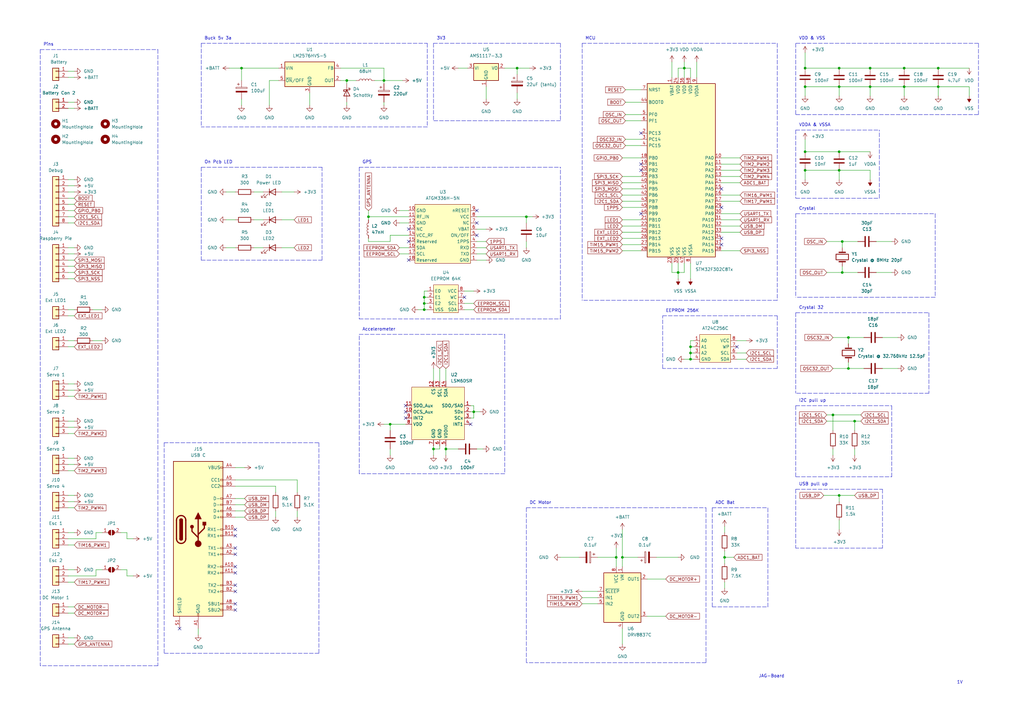
<source format=kicad_sch>
(kicad_sch (version 20211123) (generator eeschema)
  (paper "A3")
  (junction (at 347.98 151.13))
  (junction (at 160.02 173.99))
  (junction (at 173.99 121.92))
  (junction (at 278.13 111.76))
  (junction (at 345.44 111.76))
  (junction (at 370.84 35.56))
  (junction (at 215.9 88.9))
  (junction (at 345.44 99.06))
  (junction (at 182.88 184.15))
  (junction (at 173.99 124.46))
  (junction (at 344.17 69.85))
  (junction (at 297.18 228.6))
  (junction (at 370.84 27.94))
  (junction (at 252.73 228.6))
  (junction (at 212.09 27.94))
  (junction (at 280.67 27.94))
  (junction (at 151.13 88.9))
  (junction (at 347.98 138.43))
  (junction (at 330.2 27.94))
  (junction (at 384.81 35.56))
  (junction (at 194.31 168.91))
  (junction (at 255.27 228.6))
  (junction (at 330.2 69.85))
  (junction (at 157.48 33.02))
  (junction (at 142.24 33.02))
  (junction (at 330.2 35.56))
  (junction (at 344.17 27.94))
  (junction (at 99.06 27.94))
  (junction (at 344.17 203.2))
  (junction (at 344.17 35.56))
  (junction (at 177.8 184.15))
  (junction (at 330.2 62.23))
  (junction (at 341.63 170.18))
  (junction (at 283.21 144.78))
  (junction (at 356.87 27.94))
  (junction (at 356.87 35.56))
  (junction (at 384.81 27.94))
  (junction (at 283.21 147.32))
  (junction (at 173.99 127))
  (junction (at 283.21 142.24))
  (junction (at 344.17 62.23))
  (junction (at 350.52 172.72))
  (no_connect (at 193.04 173.99))
  (no_connect (at 262.89 69.85))
  (no_connect (at 262.89 67.31))
  (no_connect (at 262.89 54.61))
  (no_connect (at 295.91 77.47))
  (no_connect (at 295.91 85.09))
  (no_connect (at 262.89 87.63))
  (no_connect (at 295.91 97.79))
  (no_connect (at 295.91 100.33))
  (no_connect (at 167.64 106.68))
  (no_connect (at 167.64 99.06))
  (no_connect (at 190.5 121.92))
  (no_connect (at 96.52 247.65))
  (no_connect (at 96.52 250.19))
  (no_connect (at 302.26 142.24))
  (no_connect (at 73.66 257.81))
  (no_connect (at 167.64 93.98))
  (no_connect (at 166.37 171.45))
  (no_connect (at 96.52 224.79))
  (no_connect (at 96.52 232.41))
  (no_connect (at 96.52 217.17))
  (no_connect (at 96.52 219.71))
  (no_connect (at 96.52 242.57))
  (no_connect (at 96.52 240.03))
  (no_connect (at 96.52 227.33))
  (no_connect (at 96.52 234.95))
  (no_connect (at 195.58 86.36))
  (no_connect (at 195.58 96.52))
  (no_connect (at 166.37 166.37))
  (no_connect (at 166.37 168.91))
  (no_connect (at 195.58 91.44))
  (wire (pts (xy 283.21 31.75) (xy 283.21 27.94)))
  (wire (pts (xy 27.94 203.2) (xy 30.48 203.2)))
  (wire (pts (xy 39.37 236.22) (xy 39.37 233.68)))
  (wire (pts (xy 265.43 252.73) (xy 273.05 252.73)))
  (polyline (pts (xy 326.39 128.27) (xy 326.39 161.29)))
  (polyline (pts (xy 271.78 129.54) (xy 318.77 129.54)))
  (wire (pts (xy 212.09 27.94) (xy 217.17 27.94)))
  (wire (pts (xy 157.48 27.94) (xy 157.48 33.02)))
  (wire (pts (xy 361.95 138.43) (xy 368.3 138.43)))
  (wire (pts (xy 115.57 90.17) (xy 120.65 90.17)))
  (wire (pts (xy 194.31 171.45) (xy 194.31 168.91)))
  (wire (pts (xy 297.18 215.9) (xy 297.18 218.44)))
  (wire (pts (xy 256.54 59.69) (xy 262.89 59.69)))
  (wire (pts (xy 142.24 34.29) (xy 142.24 33.02)))
  (wire (pts (xy 27.94 101.6) (xy 30.48 101.6)))
  (polyline (pts (xy 147.32 68.58) (xy 229.87 68.58)))
  (wire (pts (xy 330.2 27.94) (xy 344.17 27.94)))
  (wire (pts (xy 171.45 127) (xy 173.99 127)))
  (wire (pts (xy 255.27 85.09) (xy 262.89 85.09)))
  (wire (pts (xy 195.58 184.15) (xy 198.12 184.15)))
  (wire (pts (xy 344.17 62.23) (xy 356.87 62.23)))
  (wire (pts (xy 151.13 99.06) (xy 151.13 97.79)))
  (wire (pts (xy 173.99 127) (xy 175.26 127)))
  (wire (pts (xy 347.98 138.43) (xy 354.33 138.43)))
  (wire (pts (xy 52.07 236.22) (xy 54.61 236.22)))
  (wire (pts (xy 27.94 251.46) (xy 30.48 251.46)))
  (wire (pts (xy 27.94 220.98) (xy 39.37 220.98)))
  (wire (pts (xy 280.67 107.95) (xy 280.67 111.76)))
  (wire (pts (xy 339.09 99.06) (xy 345.44 99.06)))
  (polyline (pts (xy 326.39 46.99) (xy 401.32 46.99)))
  (polyline (pts (xy 175.26 52.07) (xy 82.55 52.07)))
  (wire (pts (xy 194.31 166.37) (xy 194.31 168.91)))
  (wire (pts (xy 195.58 106.68) (xy 199.39 106.68)))
  (wire (pts (xy 255.27 74.93) (xy 262.89 74.93)))
  (wire (pts (xy 27.94 81.28) (xy 30.48 81.28)))
  (polyline (pts (xy 207.01 137.16) (xy 207.01 194.31)))
  (wire (pts (xy 255.27 217.17) (xy 255.27 228.6)))
  (wire (pts (xy 344.17 203.2) (xy 350.52 203.2)))
  (wire (pts (xy 280.67 27.94) (xy 280.67 25.4)))
  (wire (pts (xy 177.8 182.88) (xy 177.8 184.15)))
  (wire (pts (xy 110.49 33.02) (xy 110.49 43.18)))
  (wire (pts (xy 229.87 228.6) (xy 237.49 228.6)))
  (wire (pts (xy 27.94 109.22) (xy 30.48 109.22)))
  (wire (pts (xy 96.52 207.01) (xy 100.33 207.01)))
  (wire (pts (xy 195.58 101.6) (xy 199.39 101.6)))
  (wire (pts (xy 157.48 33.02) (xy 165.1 33.02)))
  (wire (pts (xy 278.13 107.95) (xy 278.13 111.76)))
  (wire (pts (xy 278.13 111.76) (xy 275.59 111.76)))
  (wire (pts (xy 27.94 236.22) (xy 39.37 236.22)))
  (wire (pts (xy 151.13 88.9) (xy 151.13 90.17)))
  (wire (pts (xy 215.9 91.44) (xy 215.9 88.9)))
  (wire (pts (xy 27.94 162.56) (xy 30.48 162.56)))
  (wire (pts (xy 252.73 224.79) (xy 252.73 228.6)))
  (wire (pts (xy 356.87 27.94) (xy 370.84 27.94)))
  (wire (pts (xy 139.7 27.94) (xy 157.48 27.94)))
  (wire (pts (xy 283.21 142.24) (xy 284.48 142.24)))
  (wire (pts (xy 255.27 102.87) (xy 262.89 102.87)))
  (wire (pts (xy 295.91 74.93) (xy 303.53 74.93)))
  (wire (pts (xy 195.58 99.06) (xy 199.39 99.06)))
  (wire (pts (xy 285.75 25.4) (xy 285.75 31.75)))
  (wire (pts (xy 295.91 102.87) (xy 303.53 102.87)))
  (wire (pts (xy 345.44 99.06) (xy 351.79 99.06)))
  (wire (pts (xy 153.67 33.02) (xy 157.48 33.02)))
  (polyline (pts (xy 383.54 121.92) (xy 326.39 121.92)))
  (polyline (pts (xy 326.39 166.37) (xy 365.76 166.37)))
  (wire (pts (xy 180.34 151.13) (xy 180.34 156.21)))
  (polyline (pts (xy 238.76 17.78) (xy 238.76 123.19)))
  (wire (pts (xy 27.94 106.68) (xy 30.48 106.68)))
  (polyline (pts (xy 229.87 130.81) (xy 229.87 68.58)))
  (wire (pts (xy 187.96 27.94) (xy 191.77 27.94)))
  (wire (pts (xy 27.94 264.16) (xy 30.48 264.16)))
  (wire (pts (xy 27.94 193.04) (xy 30.48 193.04)))
  (wire (pts (xy 295.91 92.71) (xy 303.53 92.71)))
  (wire (pts (xy 397.51 35.56) (xy 384.81 35.56)))
  (wire (pts (xy 347.98 151.13) (xy 347.98 148.59)))
  (polyline (pts (xy 229.87 49.53) (xy 177.8 49.53)))
  (polyline (pts (xy 326.39 17.78) (xy 326.39 46.99)))
  (wire (pts (xy 104.14 78.74) (xy 107.95 78.74)))
  (wire (pts (xy 212.09 27.94) (xy 212.09 30.48)))
  (wire (pts (xy 255.27 64.77) (xy 262.89 64.77)))
  (wire (pts (xy 341.63 138.43) (xy 347.98 138.43)))
  (wire (pts (xy 177.8 184.15) (xy 177.8 186.69)))
  (wire (pts (xy 193.04 171.45) (xy 194.31 171.45)))
  (wire (pts (xy 345.44 111.76) (xy 345.44 109.22)))
  (polyline (pts (xy 147.32 68.58) (xy 147.32 130.81)))
  (polyline (pts (xy 326.39 81.28) (xy 360.68 81.28)))
  (wire (pts (xy 160.02 173.99) (xy 166.37 173.99)))
  (wire (pts (xy 256.54 46.99) (xy 262.89 46.99)))
  (wire (pts (xy 157.48 41.91) (xy 157.48 43.18)))
  (wire (pts (xy 96.52 209.55) (xy 100.33 209.55)))
  (polyline (pts (xy 130.81 267.97) (xy 67.31 267.97)))
  (wire (pts (xy 283.21 144.78) (xy 283.21 147.32)))
  (polyline (pts (xy 361.95 200.66) (xy 361.95 224.79)))
  (wire (pts (xy 255.27 97.79) (xy 262.89 97.79)))
  (wire (pts (xy 27.94 157.48) (xy 30.48 157.48)))
  (polyline (pts (xy 215.9 208.28) (xy 215.9 271.78)))
  (wire (pts (xy 344.17 35.56) (xy 356.87 35.56)))
  (wire (pts (xy 27.94 205.74) (xy 30.48 205.74)))
  (wire (pts (xy 195.58 88.9) (xy 215.9 88.9)))
  (wire (pts (xy 27.94 160.02) (xy 30.48 160.02)))
  (wire (pts (xy 27.94 238.76) (xy 30.48 238.76)))
  (wire (pts (xy 256.54 41.91) (xy 262.89 41.91)))
  (wire (pts (xy 330.2 69.85) (xy 344.17 69.85)))
  (wire (pts (xy 27.94 233.68) (xy 30.48 233.68)))
  (wire (pts (xy 245.11 228.6) (xy 252.73 228.6)))
  (wire (pts (xy 330.2 57.15) (xy 330.2 62.23)))
  (wire (pts (xy 341.63 184.15) (xy 341.63 186.69)))
  (wire (pts (xy 256.54 49.53) (xy 262.89 49.53)))
  (wire (pts (xy 157.48 173.99) (xy 160.02 173.99)))
  (wire (pts (xy 350.52 172.72) (xy 350.52 176.53)))
  (wire (pts (xy 104.14 90.17) (xy 107.95 90.17)))
  (wire (pts (xy 157.48 33.02) (xy 157.48 34.29)))
  (wire (pts (xy 295.91 90.17) (xy 303.53 90.17)))
  (wire (pts (xy 92.71 101.6) (xy 96.52 101.6)))
  (wire (pts (xy 27.94 218.44) (xy 30.48 218.44)))
  (wire (pts (xy 160.02 99.06) (xy 151.13 99.06)))
  (wire (pts (xy 99.06 27.94) (xy 99.06 33.02)))
  (wire (pts (xy 347.98 151.13) (xy 341.63 151.13)))
  (polyline (pts (xy 318.77 123.19) (xy 238.76 123.19)))
  (wire (pts (xy 278.13 27.94) (xy 278.13 31.75)))
  (wire (pts (xy 269.24 228.6) (xy 278.13 228.6)))
  (polyline (pts (xy 318.77 17.78) (xy 318.77 123.19)))
  (wire (pts (xy 39.37 218.44) (xy 41.91 218.44)))
  (polyline (pts (xy 82.55 17.78) (xy 175.26 17.78)))
  (wire (pts (xy 339.09 172.72) (xy 350.52 172.72)))
  (wire (pts (xy 163.83 91.44) (xy 167.64 91.44)))
  (wire (pts (xy 283.21 147.32) (xy 284.48 147.32)))
  (wire (pts (xy 339.09 170.18) (xy 341.63 170.18)))
  (wire (pts (xy 173.99 121.92) (xy 175.26 121.92)))
  (polyline (pts (xy 326.39 200.66) (xy 361.95 200.66)))
  (wire (pts (xy 255.27 95.25) (xy 262.89 95.25)))
  (wire (pts (xy 81.28 257.81) (xy 81.28 260.35)))
  (wire (pts (xy 384.81 27.94) (xy 397.51 27.94)))
  (wire (pts (xy 27.94 223.52) (xy 30.48 223.52)))
  (wire (pts (xy 27.94 177.8) (xy 30.48 177.8)))
  (polyline (pts (xy 207.01 194.31) (xy 147.32 194.31)))
  (wire (pts (xy 27.94 129.54) (xy 30.48 129.54)))
  (wire (pts (xy 167.64 88.9) (xy 151.13 88.9)))
  (wire (pts (xy 142.24 33.02) (xy 146.05 33.02)))
  (wire (pts (xy 330.2 21.59) (xy 330.2 27.94)))
  (polyline (pts (xy 326.39 53.34) (xy 360.68 53.34)))
  (wire (pts (xy 173.99 124.46) (xy 173.99 127)))
  (wire (pts (xy 256.54 36.83) (xy 262.89 36.83)))
  (wire (pts (xy 255.27 77.47) (xy 262.89 77.47)))
  (wire (pts (xy 163.83 104.14) (xy 167.64 104.14)))
  (wire (pts (xy 27.94 187.96) (xy 30.48 187.96)))
  (wire (pts (xy 295.91 69.85) (xy 303.53 69.85)))
  (wire (pts (xy 49.53 218.44) (xy 52.07 218.44)))
  (wire (pts (xy 297.18 228.6) (xy 297.18 231.14)))
  (wire (pts (xy 302.26 139.7) (xy 306.07 139.7)))
  (polyline (pts (xy 381 161.29) (xy 326.39 161.29)))
  (polyline (pts (xy 67.31 181.61) (xy 67.31 267.97)))
  (wire (pts (xy 96.52 191.77) (xy 100.33 191.77)))
  (polyline (pts (xy 132.08 106.68) (xy 132.08 68.58)))
  (polyline (pts (xy 326.39 87.63) (xy 383.54 87.63)))
  (polyline (pts (xy 292.1 208.28) (xy 292.1 248.92)))
  (wire (pts (xy 347.98 138.43) (xy 347.98 140.97)))
  (wire (pts (xy 350.52 172.72) (xy 353.06 172.72)))
  (wire (pts (xy 27.94 190.5) (xy 30.48 190.5)))
  (wire (pts (xy 127 43.18) (xy 127 38.1)))
  (wire (pts (xy 160.02 96.52) (xy 160.02 99.06)))
  (wire (pts (xy 356.87 35.56) (xy 356.87 39.37)))
  (wire (pts (xy 99.06 40.64) (xy 99.06 43.18)))
  (wire (pts (xy 283.21 107.95) (xy 283.21 114.3)))
  (wire (pts (xy 115.57 101.6) (xy 120.65 101.6)))
  (wire (pts (xy 275.59 107.95) (xy 275.59 111.76)))
  (wire (pts (xy 113.03 199.39) (xy 96.52 199.39)))
  (wire (pts (xy 350.52 184.15) (xy 350.52 186.69)))
  (polyline (pts (xy 326.39 87.63) (xy 326.39 121.92)))
  (wire (pts (xy 356.87 35.56) (xy 370.84 35.56)))
  (wire (pts (xy 195.58 104.14) (xy 199.39 104.14)))
  (polyline (pts (xy 289.56 208.28) (xy 289.56 271.78)))
  (wire (pts (xy 297.18 226.06) (xy 297.18 228.6)))
  (wire (pts (xy 173.99 124.46) (xy 175.26 124.46)))
  (wire (pts (xy 39.37 233.68) (xy 41.91 233.68)))
  (wire (pts (xy 182.88 184.15) (xy 187.96 184.15)))
  (wire (pts (xy 283.21 142.24) (xy 283.21 144.78)))
  (polyline (pts (xy 177.8 17.78) (xy 229.87 17.78)))
  (wire (pts (xy 280.67 27.94) (xy 280.67 31.75)))
  (wire (pts (xy 190.5 119.38) (xy 194.31 119.38)))
  (wire (pts (xy 96.52 196.85) (xy 121.92 196.85)))
  (wire (pts (xy 180.34 182.88) (xy 180.34 184.15)))
  (wire (pts (xy 345.44 99.06) (xy 345.44 101.6)))
  (wire (pts (xy 238.76 247.65) (xy 245.11 247.65)))
  (wire (pts (xy 194.31 124.46) (xy 190.5 124.46)))
  (polyline (pts (xy 326.39 200.66) (xy 326.39 224.79)))
  (wire (pts (xy 215.9 88.9) (xy 218.44 88.9)))
  (wire (pts (xy 370.84 27.94) (xy 384.81 27.94)))
  (wire (pts (xy 160.02 184.15) (xy 160.02 186.69)))
  (polyline (pts (xy 361.95 224.79) (xy 326.39 224.79)))
  (wire (pts (xy 283.21 27.94) (xy 280.67 27.94)))
  (wire (pts (xy 252.73 228.6) (xy 252.73 232.41)))
  (polyline (pts (xy 229.87 17.78) (xy 229.87 49.53)))
  (wire (pts (xy 255.27 82.55) (xy 262.89 82.55)))
  (wire (pts (xy 356.87 73.66) (xy 356.87 69.85)))
  (polyline (pts (xy 383.54 87.63) (xy 383.54 121.92)))
  (wire (pts (xy 27.94 31.75) (xy 30.48 31.75)))
  (wire (pts (xy 92.71 90.17) (xy 96.52 90.17)))
  (wire (pts (xy 344.17 35.56) (xy 344.17 39.37)))
  (polyline (pts (xy 175.26 17.78) (xy 175.26 52.07)))
  (polyline (pts (xy 401.32 17.78) (xy 326.39 17.78)))
  (wire (pts (xy 384.81 35.56) (xy 384.81 39.37)))
  (wire (pts (xy 163.83 86.36) (xy 167.64 86.36)))
  (wire (pts (xy 295.91 67.31) (xy 303.53 67.31)))
  (wire (pts (xy 215.9 99.06) (xy 215.9 101.6)))
  (polyline (pts (xy 314.96 248.92) (xy 314.96 208.28)))
  (polyline (pts (xy 238.76 17.78) (xy 318.77 17.78)))
  (polyline (pts (xy 271.78 151.13) (xy 271.78 129.54)))
  (polyline (pts (xy 130.81 181.61) (xy 130.81 267.97)))
  (wire (pts (xy 341.63 170.18) (xy 341.63 176.53)))
  (wire (pts (xy 163.83 101.6) (xy 167.64 101.6)))
  (wire (pts (xy 27.94 88.9) (xy 30.48 88.9)))
  (wire (pts (xy 278.13 111.76) (xy 278.13 114.3)))
  (wire (pts (xy 347.98 151.13) (xy 354.33 151.13)))
  (wire (pts (xy 27.94 111.76) (xy 30.48 111.76)))
  (polyline (pts (xy 177.8 17.78) (xy 177.8 49.53)))
  (polyline (pts (xy 326.39 53.34) (xy 326.39 81.28)))
  (wire (pts (xy 255.27 257.81) (xy 255.27 264.16)))
  (wire (pts (xy 255.27 90.17) (xy 262.89 90.17)))
  (wire (pts (xy 370.84 35.56) (xy 370.84 39.37)))
  (wire (pts (xy 49.53 233.68) (xy 52.07 233.68)))
  (wire (pts (xy 207.01 27.94) (xy 212.09 27.94)))
  (wire (pts (xy 27.94 86.36) (xy 30.48 86.36)))
  (wire (pts (xy 330.2 35.56) (xy 330.2 39.37)))
  (wire (pts (xy 27.94 261.62) (xy 30.48 261.62)))
  (wire (pts (xy 38.1 127) (xy 41.91 127)))
  (polyline (pts (xy 326.39 195.58) (xy 365.76 195.58)))
  (polyline (pts (xy 82.55 68.58) (xy 132.08 68.58)))
  (polyline (pts (xy 82.55 17.78) (xy 82.55 52.07)))
  (wire (pts (xy 280.67 147.32) (xy 283.21 147.32)))
  (wire (pts (xy 27.94 91.44) (xy 30.48 91.44)))
  (polyline (pts (xy 147.32 130.81) (xy 229.87 130.81)))
  (wire (pts (xy 27.94 142.24) (xy 30.48 142.24)))
  (polyline (pts (xy 64.77 20.32) (xy 64.77 273.05)))
  (wire (pts (xy 27.94 29.21) (xy 30.48 29.21)))
  (wire (pts (xy 151.13 88.9) (xy 151.13 86.36)))
  (wire (pts (xy 330.2 35.56) (xy 344.17 35.56)))
  (wire (pts (xy 302.26 144.78) (xy 306.07 144.78)))
  (wire (pts (xy 295.91 64.77) (xy 303.53 64.77)))
  (wire (pts (xy 139.7 33.02) (xy 142.24 33.02)))
  (wire (pts (xy 182.88 182.88) (xy 182.88 184.15)))
  (polyline (pts (xy 82.55 106.68) (xy 132.08 106.68)))
  (polyline (pts (xy 365.76 195.58) (xy 365.76 166.37)))
  (wire (pts (xy 173.99 121.92) (xy 173.99 124.46)))
  (wire (pts (xy 341.63 170.18) (xy 353.06 170.18)))
  (wire (pts (xy 27.94 73.66) (xy 30.48 73.66)))
  (wire (pts (xy 255.27 80.01) (xy 262.89 80.01)))
  (wire (pts (xy 39.37 220.98) (xy 39.37 218.44)))
  (wire (pts (xy 27.94 127) (xy 30.48 127)))
  (wire (pts (xy 195.58 93.98) (xy 199.39 93.98)))
  (wire (pts (xy 27.94 78.74) (xy 30.48 78.74)))
  (wire (pts (xy 283.21 139.7) (xy 283.21 142.24)))
  (wire (pts (xy 255.27 92.71) (xy 262.89 92.71)))
  (polyline (pts (xy 147.32 137.16) (xy 207.01 137.16)))
  (polyline (pts (xy 292.1 208.28) (xy 314.96 208.28)))
  (wire (pts (xy 52.07 233.68) (xy 52.07 236.22)))
  (wire (pts (xy 255.27 228.6) (xy 261.62 228.6)))
  (wire (pts (xy 27.94 44.45) (xy 30.48 44.45)))
  (wire (pts (xy 284.48 139.7) (xy 283.21 139.7)))
  (wire (pts (xy 182.88 184.15) (xy 182.88 186.69)))
  (polyline (pts (xy 326.39 128.27) (xy 381 128.27)))
  (wire (pts (xy 177.8 184.15) (xy 180.34 184.15)))
  (polyline (pts (xy 147.32 194.31) (xy 147.32 137.16)))
  (wire (pts (xy 121.92 196.85) (xy 121.92 201.93)))
  (wire (pts (xy 361.95 151.13) (xy 368.3 151.13)))
  (wire (pts (xy 256.54 57.15) (xy 262.89 57.15)))
  (wire (pts (xy 160.02 173.99) (xy 160.02 176.53)))
  (wire (pts (xy 297.18 238.76) (xy 297.18 241.3)))
  (wire (pts (xy 297.18 228.6) (xy 300.99 228.6)))
  (wire (pts (xy 52.07 220.98) (xy 54.61 220.98)))
  (wire (pts (xy 212.09 38.1) (xy 212.09 40.64)))
  (wire (pts (xy 113.03 201.93) (xy 113.03 199.39)))
  (wire (pts (xy 114.3 33.02) (xy 110.49 33.02)))
  (wire (pts (xy 175.26 119.38) (xy 173.99 119.38)))
  (wire (pts (xy 359.41 99.06) (xy 365.76 99.06)))
  (wire (pts (xy 238.76 242.57) (xy 245.11 242.57)))
  (polyline (pts (xy 292.1 248.92) (xy 314.96 248.92)))
  (polyline (pts (xy 16.51 20.32) (xy 16.51 273.05)))
  (wire (pts (xy 344.17 69.85) (xy 344.17 73.66)))
  (wire (pts (xy 255.27 72.39) (xy 262.89 72.39)))
  (wire (pts (xy 199.39 35.56) (xy 199.39 40.64)))
  (polyline (pts (xy 318.77 129.54) (xy 318.77 151.13)))
  (wire (pts (xy 27.94 41.91) (xy 30.48 41.91)))
  (wire (pts (xy 295.91 87.63) (xy 303.53 87.63)))
  (wire (pts (xy 255.27 100.33) (xy 262.89 100.33)))
  (wire (pts (xy 167.64 96.52) (xy 160.02 96.52)))
  (polyline (pts (xy 289.56 271.78) (xy 215.9 271.78)))
  (wire (pts (xy 295.91 80.01) (xy 303.53 80.01)))
  (polyline (pts (xy 318.77 151.13) (xy 271.78 151.13)))
  (wire (pts (xy 27.94 172.72) (xy 30.48 172.72)))
  (wire (pts (xy 27.94 208.28) (xy 30.48 208.28)))
  (wire (pts (xy 265.43 237.49) (xy 273.05 237.49)))
  (wire (pts (xy 345.44 111.76) (xy 351.79 111.76)))
  (wire (pts (xy 173.99 119.38) (xy 173.99 121.92)))
  (wire (pts (xy 182.88 151.13) (xy 182.88 156.21)))
  (wire (pts (xy 99.06 27.94) (xy 114.3 27.94)))
  (wire (pts (xy 280.67 111.76) (xy 278.13 111.76)))
  (wire (pts (xy 193.04 166.37) (xy 194.31 166.37)))
  (wire (pts (xy 27.94 248.92) (xy 30.48 248.92)))
  (wire (pts (xy 295.91 95.25) (xy 303.53 95.25)))
  (wire (pts (xy 359.41 111.76) (xy 365.76 111.76)))
  (wire (pts (xy 344.17 27.94) (xy 356.87 27.94)))
  (polyline (pts (xy 64.77 273.05) (xy 16.51 273.05)))
  (wire (pts (xy 397.51 39.37) (xy 397.51 35.56)))
  (wire (pts (xy 255.27 228.6) (xy 255.27 232.41)))
  (wire (pts (xy 115.57 78.74) (xy 120.65 78.74)))
  (wire (pts (xy 27.94 114.3) (xy 30.48 114.3)))
  (wire (pts (xy 295.91 72.39) (xy 303.53 72.39)))
  (polyline (pts (xy 215.9 208.28) (xy 289.56 208.28)))
  (wire (pts (xy 302.26 147.32) (xy 306.07 147.32)))
  (wire (pts (xy 356.87 69.85) (xy 344.17 69.85)))
  (wire (pts (xy 344.17 213.36) (xy 344.17 217.17)))
  (wire (pts (xy 121.92 209.55) (xy 121.92 212.09)))
  (wire (pts (xy 27.94 83.82) (xy 30.48 83.82)))
  (wire (pts (xy 27.94 76.2) (xy 30.48 76.2)))
  (wire (pts (xy 337.82 203.2) (xy 344.17 203.2)))
  (wire (pts (xy 113.03 209.55) (xy 113.03 212.09)))
  (wire (pts (xy 96.52 212.09) (xy 100.33 212.09)))
  (wire (pts (xy 27.94 104.14) (xy 30.48 104.14)))
  (wire (pts (xy 177.8 151.13) (xy 177.8 156.21)))
  (wire (pts (xy 142.24 41.91) (xy 142.24 43.18)))
  (wire (pts (xy 194.31 168.91) (xy 196.85 168.91)))
  (wire (pts (xy 275.59 25.4) (xy 275.59 31.75)))
  (polyline (pts (xy 360.68 81.28) (xy 360.68 53.34)))
  (wire (pts (xy 345.44 111.76) (xy 339.09 111.76)))
  (wire (pts (xy 38.1 139.7) (xy 41.91 139.7)))
  (polyline (pts (xy 16.51 20.32) (xy 64.77 20.32)))
  (wire (pts (xy 238.76 245.11) (xy 245.11 245.11)))
  (wire (pts (xy 330.2 62.23) (xy 344.17 62.23)))
  (wire (pts (xy 52.07 218.44) (xy 52.07 220.98)))
  (wire (pts (xy 295.91 82.55) (xy 303.53 82.55)))
  (wire (pts (xy 27.94 139.7) (xy 30.48 139.7)))
  (wire (pts (xy 193.04 168.91) (xy 194.31 168.91)))
  (wire (pts (xy 93.98 27.94) (xy 99.06 27.94)))
  (wire (pts (xy 96.52 204.47) (xy 100.33 204.47)))
  (wire (pts (xy 330.2 69.85) (xy 330.2 73.66)))
  (wire (pts (xy 27.94 175.26) (xy 30.48 175.26)))
  (wire (pts (xy 283.21 144.78) (xy 284.48 144.78)))
  (wire (pts (xy 344.17 203.2) (xy 344.17 205.74)))
  (polyline (pts (xy 326.39 166.37) (xy 326.39 195.58)))
  (wire (pts (xy 370.84 35.56) (xy 384.81 35.56)))
  (polyline (pts (xy 67.31 181.61) (xy 130.81 181.61)))
  (wire (pts (xy 104.14 101.6) (xy 107.95 101.6)))
  (wire (pts (xy 280.67 27.94) (xy 278.13 27.94)))
  (wire (pts (xy 190.5 127) (xy 194.31 127)))
  (polyline (pts (xy 401.32 46.99) (xy 401.32 17.78)))
  (wire (pts (xy 92.71 78.74) (xy 96.52 78.74)))
  (polyline (pts (xy 82.55 68.58) (xy 82.55 106.68)))
  (polyline (pts (xy 381 128.27) (xy 381 161.29)))
  (text "Buck 5v 3a" (at 83.82 16.51 0) (effects (font (size 1.27 1.27)) (justify left bottom)))
  (text "I2C pull up" (at 327.66 165.1 0) (effects (font (size 1.27 1.27)) (justify left bottom)))
  (text "ADC Bat" (at 293.37 207.01 0) (effects (font (size 1.27 1.27)) (justify left bottom)))
  (text "VDDA & VSSA" (at 327.66 52.07 0) (effects (font (size 1.27 1.27)) (justify left bottom)))
  (text "Crystal" (at 327.66 86.36 0) (effects (font (size 1.27 1.27)) (justify left bottom)))
  (text "USB pull up" (at 327.66 199.39 0) (effects (font (size 1.27 1.27)) (justify left bottom)))
  (text "VDD & VSS" (at 327.66 16.51 0) (effects (font (size 1.27 1.27)) (justify left bottom)))
  (text "MCU" (at 240.03 16.51 0) (effects (font (size 1.27 1.27)) (justify left bottom)))
  (text "Crystal 32" (at 327.66 127 0) (effects (font (size 1.27 1.27)) (justify left bottom)))
  (text "Pins" (at 17.78 19.05 0) (effects (font (size 1.27 1.27)) (justify left bottom)))
  (text "GPS" (at 148.59 67.31 0) (effects (font (size 1.27 1.27)) (justify left bottom)))
  (text "1V" (at 392.43 280.67 0) (effects (font (size 1.27 1.27)) (justify left bottom)))
  (text "EEPROM 256K" (at 273.05 128.27 0) (effects (font (size 1.27 1.27)) (justify left bottom)))
  (text "3V3" (at 179.07 16.51 0) (effects (font (size 1.27 1.27)) (justify left bottom)))
  (text "JAG-Board" (at 311.15 278.13 0) (effects (font (size 1.27 1.27)) (justify left bottom)))
  (text "DC Motor" (at 217.17 207.01 0) (effects (font (size 1.27 1.27)) (justify left bottom)))
  (text "Accelerometer" (at 148.59 135.89 0) (effects (font (size 1.27 1.27)) (justify left bottom)))
  (text "On Pcb LED" (at 83.82 67.31 0) (effects (font (size 1.27 1.27)) (justify left bottom)))
  (global_label "USB_DM" (shape input) (at 100.33 204.47 0) (property "Intersheet References" "${INTERSHEET_REFS}" (effects hide)))
  (global_label "OSC32_OUT" (shape input) (at 256.54 59.69 180) (property "Intersheet References" "${INTERSHEET_REFS}" (effects hide)))
  (global_label "LED1" (shape input) (at 120.65 90.17 0) (property "Intersheet References" "${INTERSHEET_REFS}" (effects hide)))
  (global_label "1PPS" (shape input) (at 255.27 85.09 180) (property "Intersheet References" "${INTERSHEET_REFS}" (effects hide)))
  (global_label "EXT_LED1" (shape input) (at 255.27 95.25 180) (property "Intersheet References" "${INTERSHEET_REFS}" (effects hide)))
  (global_label "USART1_RX" (shape input) (at 199.39 104.14 0) (property "Intersheet References" "${INTERSHEET_REFS}" (effects hide)))
  (global_label "BOOT" (shape input) (at 30.48 81.28 0) (property "Intersheet References" "${INTERSHEET_REFS}" (effects hide)))
  (global_label "USART1_TX" (shape input) (at 199.39 101.6 0) (property "Intersheet References" "${INTERSHEET_REFS}" (effects hide)))
  (global_label "OSC32_IN" (shape input) (at 341.63 138.43 180) (property "Intersheet References" "${INTERSHEET_REFS}" (effects hide)))
  (global_label "EEPROM_SCL" (shape input) (at 163.83 104.14 180) (property "Intersheet References" "${INTERSHEET_REFS}" (effects hide)))
  (global_label "USB_DP" (shape input) (at 100.33 212.09 0) (property "Intersheet References" "${INTERSHEET_REFS}" (effects hide)))
  (global_label "USB_DP" (shape input) (at 303.53 95.25 0) (property "Intersheet References" "${INTERSHEET_REFS}" (effects hide)))
  (global_label "TIM16_PWM1" (shape input) (at 30.48 223.52 0) (property "Intersheet References" "${INTERSHEET_REFS}" (effects hide)))
  (global_label "OSC32_OUT" (shape input) (at 341.63 151.13 180) (property "Intersheet References" "${INTERSHEET_REFS}" (effects hide)))
  (global_label "TIM2_PWM3" (shape input) (at 30.48 193.04 0) (property "Intersheet References" "${INTERSHEET_REFS}" (effects hide)))
  (global_label "LED2" (shape input) (at 255.27 92.71 180) (property "Intersheet References" "${INTERSHEET_REFS}" (effects hide)))
  (global_label "DC_MOTOR+" (shape input) (at 273.05 237.49 0) (property "Intersheet References" "${INTERSHEET_REFS}" (effects hide)))
  (global_label "I2C1_SDA" (shape input) (at 255.27 82.55 180) (property "Intersheet References" "${INTERSHEET_REFS}" (effects hide)))
  (global_label "SPI3_SCK" (shape input) (at 255.27 72.39 180) (property "Intersheet References" "${INTERSHEET_REFS}" (effects hide)))
  (global_label "OSC_IN" (shape input) (at 339.09 99.06 180) (property "Intersheet References" "${INTERSHEET_REFS}" (effects hide)))
  (global_label "I2C1_SCL" (shape input) (at 306.07 144.78 0) (property "Intersheet References" "${INTERSHEET_REFS}" (effects hide)))
  (global_label "TIM2_PWM1" (shape input) (at 303.53 64.77 0) (property "Intersheet References" "${INTERSHEET_REFS}" (effects hide)))
  (global_label "SPI3_MOSI" (shape input) (at 255.27 77.47 180) (property "Intersheet References" "${INTERSHEET_REFS}" (effects hide)))
  (global_label "I2C1_SDA" (shape input) (at 182.88 151.13 90) (property "Intersheet References" "${INTERSHEET_REFS}" (effects hide)))
  (global_label "OSC32_IN" (shape input) (at 256.54 57.15 180) (property "Intersheet References" "${INTERSHEET_REFS}" (effects hide)))
  (global_label "GPS_ANTENNA" (shape input) (at 151.13 86.36 90) (property "Intersheet References" "${INTERSHEET_REFS}" (effects hide)))
  (global_label "DC_MOTOR-" (shape input) (at 273.05 252.73 0) (property "Intersheet References" "${INTERSHEET_REFS}" (effects hide)))
  (global_label "DC_MOTOR+" (shape input) (at 30.48 251.46 0) (property "Intersheet References" "${INTERSHEET_REFS}" (effects hide)))
  (global_label "SPI3_SCK" (shape input) (at 30.48 111.76 0) (property "Intersheet References" "${INTERSHEET_REFS}" (effects hide)))
  (global_label "TIM2_PWM4" (shape input) (at 30.48 208.28 0) (property "Intersheet References" "${INTERSHEET_REFS}" (effects hide)))
  (global_label "I2C1_SDA" (shape input) (at 353.06 172.72 0) (property "Intersheet References" "${INTERSHEET_REFS}" (effects hide)))
  (global_label "I2C1_SCL" (shape input) (at 180.34 151.13 90) (property "Intersheet References" "${INTERSHEET_REFS}" (effects hide)))
  (global_label "EXT_LED2" (shape input) (at 255.27 97.79 180) (property "Intersheet References" "${INTERSHEET_REFS}" (effects hide)))
  (global_label "ADC1_BAT" (shape input) (at 303.53 74.93 0) (property "Intersheet References" "${INTERSHEET_REFS}" (effects hide)))
  (global_label "I2C1_SDA" (shape input) (at 30.48 91.44 0) (property "Intersheet References" "${INTERSHEET_REFS}" (effects hide)))
  (global_label "EEPROM_SDA" (shape input) (at 163.83 101.6 180) (property "Intersheet References" "${INTERSHEET_REFS}" (effects hide)))
  (global_label "EEPROM_SCL" (shape input) (at 194.31 124.46 0) (property "Intersheet References" "${INTERSHEET_REFS}" (effects hide)))
  (global_label "I2C1_SCL" (shape input) (at 353.06 170.18 0) (property "Intersheet References" "${INTERSHEET_REFS}" (effects hide)))
  (global_label "USB_DP" (shape input) (at 337.82 203.2 180) (property "Intersheet References" "${INTERSHEET_REFS}" (effects hide)))
  (global_label "I2C1_SCL" (shape input) (at 30.48 88.9 0) (property "Intersheet References" "${INTERSHEET_REFS}" (effects hide)))
  (global_label "TIM2_PWM4" (shape input) (at 303.53 72.39 0) (property "Intersheet References" "${INTERSHEET_REFS}" (effects hide)))
  (global_label "TIM17_PWM1" (shape input) (at 303.53 82.55 0) (property "Intersheet References" "${INTERSHEET_REFS}" (effects hide)))
  (global_label "SPI3_MOSI" (shape input) (at 30.48 106.68 0) (property "Intersheet References" "${INTERSHEET_REFS}" (effects hide)))
  (global_label "TIM2_PWM2" (shape input) (at 30.48 177.8 0) (property "Intersheet References" "${INTERSHEET_REFS}" (effects hide)))
  (global_label "SPI3_MISO" (shape input) (at 255.27 74.93 180) (property "Intersheet References" "${INTERSHEET_REFS}" (effects hide)))
  (global_label "USART1_RX" (shape input) (at 303.53 90.17 0) (property "Intersheet References" "${INTERSHEET_REFS}" (effects hide)))
  (global_label "TIM17_PWM1" (shape input) (at 30.48 238.76 0) (property "Intersheet References" "${INTERSHEET_REFS}" (effects hide)))
  (global_label "EXT_LED1" (shape input) (at 30.48 129.54 0) (property "Intersheet References" "${INTERSHEET_REFS}" (effects hide)))
  (global_label "EEPROM_SDA" (shape input) (at 194.31 127 0) (property "Intersheet References" "${INTERSHEET_REFS}" (effects hide)))
  (global_label "GPIO_PB0" (shape input) (at 30.48 86.36 0) (property "Intersheet References" "${INTERSHEET_REFS}" (effects hide)))
  (global_label "SPI3_MISO" (shape input) (at 30.48 109.22 0) (property "Intersheet References" "${INTERSHEET_REFS}" (effects hide)))
  (global_label "TIM2_PWM2" (shape input) (at 303.53 67.31 0) (property "Intersheet References" "${INTERSHEET_REFS}" (effects hide)))
  (global_label "LED1" (shape input) (at 255.27 90.17 180) (property "Intersheet References" "${INTERSHEET_REFS}" (effects hide)))
  (global_label "USB_DP" (shape input) (at 350.52 203.2 0) (property "Intersheet References" "${INTERSHEET_REFS}" (effects hide)))
  (global_label "ADC1_BAT" (shape input) (at 300.99 228.6 0) (property "Intersheet References" "${INTERSHEET_REFS}" (effects hide)))
  (global_label "USB_DM" (shape input) (at 100.33 207.01 0) (property "Intersheet References" "${INTERSHEET_REFS}" (effects hide)))
  (global_label "I2C1_SCL" (shape input) (at 255.27 80.01 180) (property "Intersheet References" "${INTERSHEET_REFS}" (effects hide)))
  (global_label "DC_MOTOR-" (shape input) (at 30.48 248.92 0) (property "Intersheet References" "${INTERSHEET_REFS}" (effects hide)))
  (global_label "TIM15_PWM1" (shape input) (at 255.27 100.33 180) (property "Intersheet References" "${INTERSHEET_REFS}" (effects hide)))
  (global_label "SPI3_NSS" (shape input) (at 303.53 102.87 0) (property "Intersheet References" "${INTERSHEET_REFS}" (effects hide)))
  (global_label "OSC_IN" (shape input) (at 256.54 46.99 180) (property "Intersheet References" "${INTERSHEET_REFS}" (effects hide)))
  (global_label "I2C1_SDA" (shape input) (at 306.07 147.32 0) (property "Intersheet References" "${INTERSHEET_REFS}" (effects hide)))
  (global_label "SPI3_NSS" (shape input) (at 30.48 114.3 0) (property "Intersheet References" "${INTERSHEET_REFS}" (effects hide)))
  (global_label "TIM15_PWM1" (shape input) (at 238.76 245.11 180) (property "Intersheet References" "${INTERSHEET_REFS}" (effects hide)))
  (global_label "I2C1_SCL" (shape input) (at 339.09 170.18 180) (property "Intersheet References" "${INTERSHEET_REFS}" (effects hide)))
  (global_label "LED2" (shape input) (at 120.65 101.6 0) (property "Intersheet References" "${INTERSHEET_REFS}" (effects hide)))
  (global_label "1PPS" (shape input) (at 199.39 99.06 0) (property "Intersheet References" "${INTERSHEET_REFS}" (effects hide)))
  (global_label "TIM16_PWM1" (shape input) (at 303.53 80.01 0) (property "Intersheet References" "${INTERSHEET_REFS}" (effects hide)))
  (global_label "RESET" (shape input) (at 30.48 83.82 0) (property "Intersheet References" "${INTERSHEET_REFS}" (effects hide)))
  (global_label "USB_DM" (shape input) (at 303.53 92.71 0) (property "Intersheet References" "${INTERSHEET_REFS}" (effects hide)))
  (global_label "TIM15_PWM2" (shape input) (at 255.27 102.87 180) (property "Intersheet References" "${INTERSHEET_REFS}" (effects hide)))
  (global_label "EXT_LED2" (shape input) (at 30.48 142.24 0) (property "Intersheet References" "${INTERSHEET_REFS}" (effects hide)))
  (global_label "OSC_OUT" (shape input) (at 256.54 49.53 180) (property "Intersheet References" "${INTERSHEET_REFS}" (effects hide)))
  (global_label "TIM2_PWM1" (shape input) (at 30.48 162.56 0) (property "Intersheet References" "${INTERSHEET_REFS}" (effects hide)))
  (global_label "BOOT" (shape input) (at 256.54 41.91 180) (property "Intersheet References" "${INTERSHEET_REFS}" (effects hide)))
  (global_label "USART1_TX" (shape input) (at 303.53 87.63 0) (property "Intersheet References" "${INTERSHEET_REFS}" (effects hide)))
  (global_label "USB_DP" (shape input) (at 100.33 209.55 0) (property "Intersheet References" "${INTERSHEET_REFS}" (effects hide)))
  (global_label "TIM15_PWM2" (shape input) (at 238.76 247.65 180) (property "Intersheet References" "${INTERSHEET_REFS}" (effects hide)))
  (global_label "GPS_ANTENNA" (shape input) (at 30.48 264.16 0) (property "Intersheet References" "${INTERSHEET_REFS}" (effects hide)))
  (global_label "TIM2_PWM3" (shape input) (at 303.53 69.85 0) (property "Intersheet References" "${INTERSHEET_REFS}" (effects hide)))
  (global_label "OSC_OUT" (shape input) (at 339.09 111.76 180) (property "Intersheet References" "${INTERSHEET_REFS}" (effects hide)))
  (global_label "GPIO_PB0" (shape input) (at 255.27 64.77 180) (property "Intersheet References" "${INTERSHEET_REFS}" (effects hide)))
  (global_label "I2C1_SDA" (shape input) (at 339.09 172.72 180) (property "Intersheet References" "${INTERSHEET_REFS}" (effects hide)))
  (global_label "RESET" (shape input) (at 256.54 36.83 180) (property "Intersheet References" "${INTERSHEET_REFS}" (effects hide)))
  (symbol (lib_id "power:GND") (at 30.48 203.2 90) (unit 1)
    (property "Reference" "#PWR016" (effects hide))
    (property "Value" "GND" (at 34.29 203.1999 90) (effects (justify right)))
  )
  (symbol (lib_id "power:GND") (at 198.12 184.15 90) (unit 1)
    (property "Reference" "#PWR051" (effects hide))
    (property "Value" "GND" (at 201.93 184.1499 90) (effects (justify right)))
  )
  (symbol (lib_id "Connector_Generic:Conn_01x06") (at 22.86 106.68 0) (mirror y) (unit 1) (in_bom no)
    (property "Reference" "J4" (at 22.86 95.25 0))
    (property "Value" "Raspberry Pie" (at 22.86 97.79 0))
    (property "Footprint" "Connector_PinHeader_2.54mm:PinHeader_1x06_P2.54mm_Vertical" (effects hide))
  )
  (symbol (lib_id "power:GND") (at 199.39 106.68 90) (unit 1)
    (property "Reference" "#PWR054" (effects hide))
    (property "Value" "GND" (at 203.2 106.6799 90) (effects (justify right)))
  )
  (symbol (lib_id "Connector_Generic:Conn_01x02") (at 22.86 261.62 0) (mirror y) (unit 1)
    (property "Reference" "J14" (at 22.86 255.27 0))
    (property "Value" "GPS Antenna" (at 22.86 257.81 0))
    (property "Footprint" "jag_board:C434807" (effects hide))
  )
  (symbol (lib_id "Device:C_Polarized") (at 265.43 228.6 90) (unit 1)
    (property "Reference" "C8" (at 264.541 220.98 90))
    (property "Value" "0.1uF" (at 264.541 223.52 90))
    (property "Footprint" "Capacitor_Tantalum_SMD:CP_EIA-3216-10_Kemet-I" (effects hide))
    (property "Datasheet" "C249982" (effects hide))
  )
  (symbol (lib_id "power:+3V3") (at 341.63 186.69 180) (unit 1)
    (property "Reference" "#PWR078" (effects hide))
    (property "Value" "+3V3" (at 339.09 191.77 0) (effects (justify right)))
  )
  (symbol (lib_id "power:+3V3") (at 218.44 88.9 270) (unit 1)
    (property "Reference" "#PWR058" (effects hide))
    (property "Value" "+3V3" (at 227.33 88.9 90) (effects (justify right)))
  )
  (symbol (lib_id "power:GND") (at 278.13 228.6 90) (unit 1)
    (property "Reference" "#PWR066" (effects hide))
    (property "Value" "GND" (at 287.02 228.6 90) (effects (justify left)))
  )
  (symbol (lib_id "Device:D_Schottky") (at 142.24 38.1 270) (unit 1)
    (property "Reference" "D4" (at 144.78 36.5124 90) (effects (justify left)))
    (property "Value" "Schottky" (at 144.78 39.0524 90) (effects (justify left)))
    (property "Footprint" "Diode_SMD:D_SMA" (effects hide))
    (property "Datasheet" "C35722" (effects hide))
  )
  (symbol (lib_id "Device:C") (at 355.6 111.76 270) (mirror x) (unit 1)
    (property "Reference" "C14" (at 355.6 116.84 90))
    (property "Value" "30pF" (at 355.6 119.38 90))
    (property "Footprint" "Capacitor_SMD:C_0201_0603Metric" (effects hide))
  )
  (symbol (lib_id "jag-board-lib:ATGM336H-5N") (at 181.61 83.82 0) (unit 1)
    (property "Reference" "U3" (at 181.61 78.74 0))
    (property "Value" "ATGM336H-5N" (at 181.61 81.28 0))
    (property "Footprint" "jag_board:ATGM336H-5N" (effects hide))
  )
  (symbol (lib_id "Device:R") (at 100.33 78.74 270) (unit 1)
    (property "Reference" "R3" (at 100.33 72.39 90))
    (property "Value" "300" (at 100.33 74.93 90))
    (property "Footprint" "Resistor_SMD:R_0603_1608Metric" (effects hide))
  )
  (symbol (lib_id "power:GND") (at 215.9 101.6 0) (unit 1)
    (property "Reference" "#PWR056" (effects hide))
    (property "Value" "GND" (at 215.9 106.68 0))
  )
  (symbol (lib_id "power:+5V") (at 30.48 175.26 270) (unit 1)
    (property "Reference" "#PWR013" (effects hide))
    (property "Value" "+5V" (at 34.29 175.2599 90) (effects (justify left)))
  )
  (symbol (lib_id "power:GND") (at 368.3 151.13 90) (unit 1)
    (property "Reference" "#PWR089" (effects hide))
    (property "Value" "GND" (at 372.11 151.1299 90) (effects (justify right)))
  )
  (symbol (lib_id "power:+3V3") (at 157.48 173.99 90) (unit 1)
    (property "Reference" "#PWR039" (effects hide))
    (property "Value" "+3V3" (at 153.67 173.9901 90) (effects (justify left)))
  )
  (symbol (lib_id "power:GND") (at 121.92 212.09 0) (unit 1)
    (property "Reference" "#PWR035" (effects hide))
    (property "Value" "GND" (at 121.92 217.17 0))
  )
  (symbol (lib_id "Device:R") (at 100.33 101.6 270) (unit 1)
    (property "Reference" "R5" (at 100.33 95.25 90))
    (property "Value" "300" (at 100.33 97.79 90))
    (property "Footprint" "Resistor_SMD:R_0603_1608Metric" (effects hide))
  )
  (symbol (lib_id "Device:R") (at 297.18 234.95 0) (unit 1)
    (property "Reference" "R9" (at 299.72 233.6799 0) (effects (justify left)))
    (property "Value" "7.5K" (at 299.72 236.2199 0) (effects (justify left)))
    (property "Footprint" "Resistor_SMD:R_0603_1608Metric" (effects hide))
  )
  (symbol (lib_id "Connector_Generic:Conn_01x03") (at 22.86 220.98 0) (mirror y) (unit 1) (in_bom no)
    (property "Reference" "J11" (at 22.86 212.09 0))
    (property "Value" "Esc 1" (at 22.86 214.63 0))
    (property "Footprint" "Connector_PinHeader_2.54mm:PinHeader_1x03_P2.54mm_Vertical" (effects hide))
  )
  (symbol (lib_id "power:+3V3") (at 330.2 21.59 0) (unit 1)
    (property "Reference" "#PWR074" (effects hide))
    (property "Value" "+3V3" (at 332.74 20.3199 0) (effects (justify left)))
  )
  (symbol (lib_id "Device:R") (at 113.03 205.74 0) (unit 1)
    (property "Reference" "R6" (at 115.57 204.4699 0) (effects (justify left)))
    (property "Value" "5.1K" (at 115.57 207.0099 0) (effects (justify left)))
    (property "Footprint" "Resistor_SMD:R_0603_1608Metric" (effects hide))
  )
  (symbol (lib_id "power:+5V") (at 30.48 104.14 270) (unit 1)
    (property "Reference" "#PWR09" (effects hide))
    (property "Value" "+5V" (at 34.29 104.1399 90) (effects (justify left)))
  )
  (symbol (lib_id "Mechanical:MountingHole") (at 22.86 57.15 0) (unit 1)
    (property "Reference" "H2" (at 25.4 55.8799 0) (effects (justify left)))
    (property "Value" "MountingHole" (at 25.4 58.4199 0) (effects (justify left)))
    (property "Footprint" "MountingHole:MountingHole_2.7mm_M2.5" (effects hide))
  )
  (symbol (lib_id "power:+3V3") (at 238.76 242.57 90) (unit 1)
    (property "Reference" "#PWR060" (effects hide))
    (property "Value" "+3V3" (at 234.95 242.57 90) (effects (justify left)))
  )
  (symbol (lib_id "power:+5V") (at 54.61 236.22 270) (unit 1)
    (property "Reference" "#PWR024" (effects hide))
    (property "Value" "+5V" (at 58.42 236.2199 90) (effects (justify left)))
  )
  (symbol (lib_id "power:+5V") (at 54.61 220.98 270) (unit 1)
    (property "Reference" "#PWR023" (effects hide))
    (property "Value" "+5V" (at 58.42 220.9799 90) (effects (justify left)))
  )
  (symbol (lib_id "power:VSS") (at 397.51 39.37 180) (unit 1)
    (property "Reference" "#PWR093" (effects hide))
    (property "Value" "VSS" (at 397.51 44.45 0))
  )
  (symbol (lib_id "power:GND") (at 177.8 186.69 0) (unit 1)
    (property "Reference" "#PWR046" (effects hide))
    (property "Value" "GND" (at 177.8 191.77 0))
  )
  (symbol (lib_id "Mechanical:MountingHole") (at 22.86 50.8 0) (unit 1)
    (property "Reference" "H1" (at 25.4 49.5299 0) (effects (justify left)))
    (property "Value" "MountingHole" (at 25.4 52.0699 0) (effects (justify left)))
    (property "Footprint" "MountingHole:MountingHole_2.7mm_M2.5" (effects hide))
  )
  (symbol (lib_id "power:GND") (at 370.84 39.37 0) (unit 1)
    (property "Reference" "#PWR090" (effects hide))
    (property "Value" "GND" (at 370.84 44.45 0))
  )
  (symbol (lib_id "power:GND") (at 30.48 41.91 90) (unit 1)
    (property "Reference" "#PWR03" (effects hide))
    (property "Value" "GND" (at 34.29 41.9099 90) (effects (justify right)))
  )
  (symbol (lib_id "Device:R") (at 341.63 180.34 0) (unit 1)
    (property "Reference" "R10" (at 344.17 179.0699 0) (effects (justify left)))
    (property "Value" "33K" (at 344.17 181.6099 0) (effects (justify left)))
    (property "Footprint" "Resistor_SMD:R_0603_1608Metric" (effects hide))
  )
  (symbol (lib_id "power:GND") (at 163.83 86.36 270) (unit 1)
    (property "Reference" "#PWR041" (effects hide))
    (property "Value" "GND" (at 156.21 86.36 90) (effects (justify left)))
  )
  (symbol (lib_id "power:GND") (at 30.48 73.66 90) (unit 1)
    (property "Reference" "#PWR05" (effects hide))
    (property "Value" "GND" (at 34.29 73.6599 90) (effects (justify right)))
  )
  (symbol (lib_id "Mechanical:MountingHole") (at 43.18 50.8 0) (unit 1)
    (property "Reference" "H3" (at 45.72 49.5299 0) (effects (justify left)))
    (property "Value" "MountingHole" (at 45.72 52.0699 0) (effects (justify left)))
    (property "Footprint" "MountingHole:MountingHole_2.7mm_M2.5" (effects hide))
  )
  (symbol (lib_id "Connector_Generic:Conn_01x03") (at 22.86 160.02 0) (mirror y) (unit 1) (in_bom no)
    (property "Reference" "J7" (at 22.86 151.13 0))
    (property "Value" "Servo 1" (at 22.86 153.67 0))
    (property "Footprint" "Connector_PinHeader_2.54mm:PinHeader_1x03_P2.54mm_Vertical" (effects hide))
  )
  (symbol (lib_id "power:GND") (at 160.02 186.69 0) (unit 1)
    (property "Reference" "#PWR040" (effects hide))
    (property "Value" "GND" (at 160.02 191.77 0))
  )
  (symbol (lib_id "power:GND") (at 92.71 78.74 270) (unit 1)
    (property "Reference" "#PWR026" (effects hide))
    (property "Value" "GND" (at 85.09 78.74 90) (effects (justify left)))
  )
  (symbol (lib_id "Connector_Generic:Conn_01x02") (at 22.86 41.91 0) (mirror y) (unit 1) (in_bom no)
    (property "Reference" "J2" (at 22.86 35.56 0))
    (property "Value" "Battery Con 2" (at 24.13 38.1 0))
    (property "Footprint" "jag_board:Batt Connector" (effects hide))
  )
  (symbol (lib_id "Device:R") (at 34.29 139.7 270) (mirror x) (unit 1)
    (property "Reference" "R2" (at 34.29 134.62 90))
    (property "Value" "300" (at 34.29 137.16 90))
    (property "Footprint" "Resistor_SMD:R_0603_1608Metric" (effects hide))
  )
  (symbol (lib_id "power:+BATT") (at 30.48 31.75 270) (unit 1)
    (property "Reference" "#PWR02" (effects hide))
    (property "Value" "+BATT" (at 34.29 31.7499 90) (effects (justify left)))
  )
  (symbol (lib_id "Driver_Motor:DRV8837C") (at 255.27 245.11 0) (unit 1)
    (property "Reference" "U6" (at 257.2894 257.81 0) (effects (justify left)))
    (property "Value" "DRV8837C" (at 257.2894 260.35 0) (effects (justify left)))
    (property "Footprint" "Package_SON:WSON-8-1EP_2x2mm_P0.5mm_EP0.9x1.6mm" (effects hide))
    (property "Datasheet" "http://www.ti.com/lit/ds/symlink/drv8837c.pdf" (effects hide))
  )
  (symbol (lib_id "power:GND") (at 297.18 241.3 0) (unit 1)
    (property "Reference" "#PWR072" (effects hide))
    (property "Value" "GND" (at 297.18 246.38 0))
  )
  (symbol (lib_id "power:VSSA") (at 283.21 114.3 180) (unit 1)
    (property "Reference" "#PWR069" (effects hide))
    (property "Value" "VSSA" (at 283.21 119.38 0))
  )
  (symbol (lib_id "Connector_Generic:Conn_01x02") (at 22.86 139.7 0) (mirror y) (unit 1) (in_bom no)
    (property "Reference" "J6" (at 22.86 133.35 0))
    (property "Value" "Ext LED2" (at 22.86 135.89 0))
    (property "Footprint" "Connector_PinHeader_2.54mm:PinHeader_1x02_P2.54mm_Vertical" (effects hide))
  )
  (symbol (lib_id "power:+3V3") (at 120.65 78.74 270) (unit 1)
    (property "Reference" "#PWR034" (effects hide))
    (property "Value" "+3V3" (at 124.46 78.7399 90) (effects (justify left)))
  )
  (symbol (lib_id "Device:LED") (at 111.76 90.17 0) (unit 1)
    (property "Reference" "D2" (at 110.1725 83.82 0))
    (property "Value" "LED1" (at 110.1725 86.36 0))
    (property "Footprint" "LED_SMD:LED_0201_0603Metric" (effects hide))
  )
  (symbol (lib_id "power:GND") (at 30.48 187.96 90) (unit 1)
    (property "Reference" "#PWR014" (effects hide))
    (property "Value" "GND" (at 34.29 187.9599 90) (effects (justify right)))
  )
  (symbol (lib_id "power:GND") (at 212.09 40.64 0) (unit 1)
    (property "Reference" "#PWR055" (effects hide))
    (property "Value" "GND" (at 212.09 45.72 0))
  )
  (symbol (lib_id "power:GND") (at 368.3 138.43 90) (unit 1)
    (property "Reference" "#PWR088" (effects hide))
    (property "Value" "GND" (at 372.11 138.4299 90) (effects (justify right)))
  )
  (symbol (lib_id "Connector_Generic:Conn_01x08") (at 22.86 81.28 0) (mirror y) (unit 1) (in_bom no)
    (property "Reference" "J3" (at 22.86 67.31 0))
    (property "Value" "Debug" (at 22.86 69.85 0))
    (property "Footprint" "Connector_PinHeader_2.54mm:PinHeader_1x08_P2.54mm_Vertical" (effects hide))
  )
  (symbol (lib_id "power:GND") (at 171.45 127 270) (unit 1)
    (property "Reference" "#PWR044" (effects hide))
    (property "Value" "GND" (at 163.83 127 90) (effects (justify left)))
  )
  (symbol (lib_id "power:+3V3") (at 199.39 93.98 270) (unit 1)
    (property "Reference" "#PWR053" (effects hide))
    (property "Value" "+3V3" (at 208.28 93.98 90) (effects (justify right)))
  )
  (symbol (lib_id "MCU_ST_STM32F3:STM32F302C8Tx") (at 280.67 69.85 0) (unit 1)
    (property "Reference" "U7" (at 285.2294 107.95 0) (effects (justify left)))
    (property "Value" "STM32F302C8Tx" (at 285.2294 110.49 0) (effects (justify left)))
    (property "Footprint" "Package_QFP:LQFP-48_7x7mm_P0.5mm" (effects hide))
    (property "Datasheet" "http://www.st.com/st-web-ui/static/active/en/resource/technical/document/datasheet/DM00093333.pdf" (effects hide))
  )
  (symbol (lib_id "Connector_Generic:Conn_01x03") (at 22.86 205.74 0) (mirror y) (unit 1) (in_bom no)
    (property "Reference" "J10" (at 22.86 196.85 0))
    (property "Value" "Servo 4" (at 22.86 199.39 0))
    (property "Footprint" "Connector_PinHeader_2.54mm:PinHeader_1x03_P2.54mm_Vertical" (effects hide))
  )
  (symbol (lib_id "power:+3V3") (at 30.48 78.74 270) (unit 1)
    (property "Reference" "#PWR07" (effects hide))
    (property "Value" "+3V3" (at 34.29 78.7399 90) (effects (justify left)))
  )
  (symbol (lib_id "Connector_Generic:Conn_01x02") (at 22.86 127 0) (mirror y) (unit 1) (in_bom no)
    (property "Reference" "J5" (at 22.86 120.65 0))
    (property "Value" "Ext LED1" (at 22.86 123.19 0))
    (property "Footprint" "Connector_PinHeader_2.54mm:PinHeader_1x02_P2.54mm_Vertical" (effects hide))
  )
  (symbol (lib_id "power:GND") (at 199.39 40.64 0) (unit 1)
    (property "Reference" "#PWR052" (effects hide))
    (property "Value" "GND" (at 199.39 45.72 0))
  )
  (symbol (lib_id "power:+3V3") (at 350.52 186.69 180) (unit 1)
    (property "Reference" "#PWR082" (effects hide))
    (property "Value" "+3V3" (at 347.98 191.77 0) (effects (justify right)))
  )
  (symbol (lib_id "power:GND") (at 30.48 157.48 90) (unit 1)
    (property "Reference" "#PWR010" (effects hide))
    (property "Value" "GND" (at 34.29 157.4799 90) (effects (justify right)))
  )
  (symbol (lib_id "Device:C_Polarized") (at 157.48 38.1 0) (unit 1)
    (property "Reference" "C2" (at 161.29 35.9409 0) (effects (justify left)))
    (property "Value" "220uF" (at 161.29 38.4809 0) (effects (justify left)))
    (property "Footprint" "Capacitor_SMD:CP_Elec_10x10" (effects hide))
  )
  (symbol (lib_id "power:GND") (at 30.48 218.44 90) (unit 1)
    (property "Reference" "#PWR018" (effects hide))
    (property "Value" "GND" (at 34.29 218.4399 90) (effects (justify right)))
  )
  (symbol (lib_id "power:GND") (at 356.87 39.37 0) (unit 1)
    (property "Reference" "#PWR083" (effects hide))
    (property "Value" "GND" (at 356.87 44.45 0))
  )
  (symbol (lib_id "power:GND") (at 142.24 43.18 0) (unit 1)
    (property "Reference" "#PWR037" (effects hide))
    (property "Value" "GND" (at 142.24 48.26 0))
  )
  (symbol (lib_id "power:VSS") (at 278.13 114.3 180) (unit 1)
    (property "Reference" "#PWR065" (effects hide))
    (property "Value" "VSS" (at 278.13 119.38 0))
  )
  (symbol (lib_id "Mechanical:MountingHole") (at 43.18 57.15 0) (unit 1)
    (property "Reference" "H4" (at 45.72 55.8799 0) (effects (justify left)))
    (property "Value" "MountingHole" (at 45.72 58.4199 0) (effects (justify left)))
    (property "Footprint" "MountingHole:MountingHole_2.7mm_M2.5" (effects hide))
  )
  (symbol (lib_id "power:GND") (at 41.91 139.7 90) (unit 1)
    (property "Reference" "#PWR022" (effects hide))
    (property "Value" "GND" (at 45.72 139.6999 90) (effects (justify right)))
  )
  (symbol (lib_id "power:GND") (at 157.48 43.18 0) (unit 1)
    (property "Reference" "#PWR038" (effects hide))
    (property "Value" "GND" (at 157.48 48.26 0))
  )
  (symbol (lib_id "Device:C_Polarized") (at 241.3 228.6 270) (unit 1)
    (property "Reference" "C7" (at 242.189 220.98 90))
    (property "Value" "0.1uF" (at 242.189 223.52 90))
    (property "Footprint" "Capacitor_Tantalum_SMD:CP_EIA-3216-10_Kemet-I" (effects hide))
    (property "Datasheet" "C249982" (effects hide))
  )
  (symbol (lib_id "power:+3V3") (at 252.73 224.79 0) (unit 1)
    (property "Reference" "#PWR061" (effects hide))
    (property "Value" "+3V3" (at 250.19 219.71 0) (effects (justify left)))
  )
  (symbol (lib_id "Connector_Generic:Conn_01x02") (at 22.86 29.21 0) (mirror y) (unit 1) (in_bom no)
    (property "Reference" "J1" (at 22.86 22.86 0))
    (property "Value" "Battery" (at 24.13 25.4 0))
    (property "Footprint" "jag_board:Batt Connector" (effects hide))
  )
  (symbol (lib_id "power:GND") (at 113.03 212.09 0) (unit 1)
    (property "Reference" "#PWR033" (effects hide))
    (property "Value" "GND" (at 113.03 217.17 0))
  )
  (symbol (lib_id "Connector_Generic:Conn_01x03") (at 22.86 190.5 0) (mirror y) (unit 1) (in_bom no)
    (property "Reference" "J9" (at 22.86 181.61 0))
    (property "Value" "Servo 3" (at 22.86 184.15 0))
    (property "Footprint" "Connector_PinHeader_2.54mm:PinHeader_1x03_P2.54mm_Vertical" (effects hide))
  )
  (symbol (lib_id "jag-board-lib:AT24C256C") (at 293.37 137.16 0) (unit 1)
    (property "Reference" "U8" (at 293.37 132.08 0))
    (property "Value" "AT24C256C" (at 293.37 134.62 0))
    (property "Footprint" "Package_SO:SO-8_3.9x4.9mm_P1.27mm" (effects hide))
  )
  (symbol (lib_id "jag-board-lib:M24C64") (at 182.88 111.76 0) (unit 1)
    (property "Reference" "U4" (at 182.88 111.76 0))
    (property "Value" "EEPROM 64K" (at 182.88 114.3 0))
    (property "Footprint" "Package_SO:SOIC-8_3.9x4.9mm_P1.27mm" (effects hide))
  )
  (symbol (lib_id "power:GND") (at 30.48 172.72 90) (unit 1)
    (property "Reference" "#PWR012" (effects hide))
    (property "Value" "GND" (at 34.29 172.7199 90) (effects (justify right)))
  )
  (symbol (lib_id "power:+3V3") (at 344.17 217.17 180) (unit 1)
    (property "Reference" "#PWR081" (effects hide))
    (property "Value" "+3V3" (at 341.63 222.25 0) (effects (justify right)))
  )
  (symbol (lib_id "Jumper:SolderJumper_2_Open") (at 45.72 233.68 0) (unit 1)
    (property "Reference" "JP2" (at 45.72 229.87 0))
    (property "Value" "Servo 3 Jumper" (effects hide))
    (property "Footprint" "Jumper:SolderJumper-2_P1.3mm_Open_RoundedPad1.0x1.5mm" (effects hide))
  )
  (symbol (lib_id "power:+5V") (at 30.48 160.02 270) (unit 1)
    (property "Reference" "#PWR011" (effects hide))
    (property "Value" "+5V" (at 34.29 160.0199 90) (effects (justify left)))
  )
  (symbol (lib_id "power:VDD") (at 397.51 27.94 180) (unit 1)
    (property "Reference" "#PWR092" (effects hide))
    (property "Value" "VDD" (at 397.51 33.02 0))
  )
  (symbol (lib_id "Device:C") (at 355.6 99.06 90) (mirror x) (unit 1)
    (property "Reference" "C13" (at 355.6 93.98 90))
    (property "Value" "30pF" (at 355.6 91.44 90))
    (property "Footprint" "Capacitor_SMD:C_0201_0603Metric" (effects hide))
  )
  (symbol (lib_id "power:+BATT") (at 255.27 217.17 0) (unit 1)
    (property "Reference" "#PWR062" (effects hide))
    (property "Value" "+BATT" (at 255.27 212.09 0))
  )
  (symbol (lib_id "Device:C") (at 358.14 151.13 270) (mirror x) (unit 1)
    (property "Reference" "C17" (at 358.14 156.21 90))
    (property "Value" "18pF" (at 358.14 158.75 90))
    (property "Footprint" "Capacitor_SMD:C_0201_0603Metric" (effects hide))
  )
  (symbol (lib_id "power:GND") (at 30.48 101.6 90) (unit 1)
    (property "Reference" "#PWR08" (effects hide))
    (property "Value" "GND" (at 34.29 101.5999 90) (effects (justify right)))
  )
  (symbol (lib_id "Connector_Generic:Conn_01x03") (at 22.86 236.22 0) (mirror y) (unit 1) (in_bom no)
    (property "Reference" "J12" (at 22.86 227.33 0))
    (property "Value" "Esc 2" (at 22.86 229.87 0))
    (property "Footprint" "Connector_PinHeader_2.54mm:PinHeader_1x03_P2.54mm_Vertical" (effects hide))
  )
  (symbol (lib_id "power:+3V3") (at 182.88 186.69 180) (unit 1)
    (property "Reference" "#PWR047" (effects hide))
    (property "Value" "+3V3" (at 182.88 191.77 0))
  )
  (symbol (lib_id "power:GND") (at 280.67 147.32 270) (unit 1)
    (property "Reference" "#PWR068" (effects hide))
    (property "Value" "GND" (at 273.05 147.32 90) (effects (justify left)))
  )
  (symbol (lib_id "power:GND") (at 99.06 43.18 0) (unit 1)
    (property "Reference" "#PWR030" (effects hide))
    (property "Value" "GND" (at 99.06 48.26 0))
  )
  (symbol (lib_id "Connector:USB_C_Receptacle") (at 81.28 217.17 0) (unit 1)
    (property "Reference" "J15" (at 81.28 184.15 0))
    (property "Value" "USB C" (at 81.28 186.69 0))
    (property "Footprint" "jag_board:USB_C_MOLEX" (effects hide))
    (property "Datasheet" "https://www.usb.org/sites/default/files/documents/usb_type-c.zip" (effects hide))
  )
  (symbol (lib_id "Device:C") (at 330.2 66.04 180) (unit 1)
    (property "Reference" "C10" (at 334.01 64.7699 0) (effects (justify right)))
    (property "Value" "10nF" (at 334.01 67.3099 0) (effects (justify right)))
    (property "Footprint" "Capacitor_SMD:C_0201_0603Metric" (effects hide))
  )
  (symbol (lib_id "Device:C_Polarized") (at 212.09 34.29 0) (unit 1)
    (property "Reference" "C5" (at 215.9 32.1309 0) (effects (justify left)))
    (property "Value" "22uF (tantu)" (at 215.9 34.6709 0) (effects (justify left)))
    (property "Footprint" "Capacitor_Tantalum_SMD:CP_EIA-6032-28_Kemet-C" (effects hide))
  )
  (symbol (lib_id "power:+3V3") (at 306.07 139.7 270) (unit 1)
    (property "Reference" "#PWR073" (effects hide))
    (property "Value" "+3V3" (at 314.96 139.7 90) (effects (justify right)))
  )
  (symbol (lib_id "Device:R") (at 344.17 209.55 0) (unit 1)
    (property "Reference" "R11" (at 346.71 208.2799 0) (effects (justify left)))
    (property "Value" "1.5k" (at 346.71 210.8199 0) (effects (justify left)))
    (property "Footprint" "Resistor_SMD:R_0603_1608Metric" (effects hide))
  )
  (symbol (lib_id "power:+5V") (at 165.1 33.02 270) (unit 1)
    (property "Reference" "#PWR043" (effects hide))
    (property "Value" "+5V" (at 168.91 33.0199 90) (effects (justify left)))
  )
  (symbol (lib_id "power:+BATT") (at 30.48 44.45 270) (unit 1)
    (property "Reference" "#PWR04" (effects hide))
    (property "Value" "+BATT" (at 34.29 44.4499 90) (effects (justify left)))
  )
  (symbol (lib_id "power:VSSA") (at 356.87 73.66 180) (unit 1)
    (property "Reference" "#PWR085" (effects hide))
    (property "Value" "VSSA" (at 356.87 78.74 0))
  )
  (symbol (lib_id "power:GND") (at 110.49 43.18 0) (unit 1)
    (property "Reference" "#PWR032" (effects hide))
    (property "Value" "GND" (at 110.49 48.26 0))
  )
  (symbol (lib_id "power:GND") (at 127 43.18 0) (unit 1)
    (property "Reference" "#PWR036" (effects hide))
    (property "Value" "GND" (at 127 48.26 0))
  )
  (symbol (lib_id "power:+5V") (at 30.48 190.5 270) (unit 1)
    (property "Reference" "#PWR015" (effects hide))
    (property "Value" "+5V" (at 34.29 190.4999 90) (effects (justify left)))
  )
  (symbol (lib_id "Device:R") (at 350.52 180.34 0) (unit 1)
    (property "Reference" "R12" (at 353.06 179.0699 0) (effects (justify left)))
    (property "Value" "33K" (at 353.06 181.6099 0) (effects (justify left)))
    (property "Footprint" "Resistor_SMD:R_0603_1608Metric" (effects hide))
  )
  (symbol (lib_id "power:+3V3") (at 177.8 151.13 0) (unit 1)
    (property "Reference" "#PWR045" (effects hide))
    (property "Value" "+3V3" (at 177.8 147.32 90) (effects (justify left)))
  )
  (symbol (lib_id "Jumper:SolderJumper_2_Open") (at 45.72 218.44 0) (unit 1)
    (property "Reference" "JP1" (at 45.72 214.63 0))
    (property "Value" "Servo 3 Jumper" (effects hide))
    (property "Footprint" "Jumper:SolderJumper-2_P1.3mm_Open_RoundedPad1.0x1.5mm" (effects hide))
  )
  (symbol (lib_id "power:GND") (at 30.48 233.68 90) (unit 1)
    (property "Reference" "#PWR019" (effects hide))
    (property "Value" "GND" (at 34.29 233.6799 90) (effects (justify right)))
  )
  (symbol (lib_id "power:+5V") (at 30.48 76.2 270) (unit 1)
    (property "Reference" "#PWR06" (effects hide))
    (property "Value" "+5V" (at 34.29 76.1999 90) (effects (justify left)))
  )
  (symbol (lib_id "Device:LED") (at 111.76 78.74 0) (unit 1)
    (property "Reference" "D1" (at 110.1725 72.39 0))
    (property "Value" "Power LED" (at 110.1725 74.93 0))
    (property "Footprint" "LED_SMD:LED_0201_0603Metric" (effects hide))
  )
  (symbol (lib_id "power:+3V3") (at 217.17 27.94 270) (unit 1)
    (property "Reference" "#PWR057" (effects hide))
    (property "Value" "+3V3" (at 220.98 27.9399 90) (effects (justify left)))
  )
  (symbol (lib_id "jag-board-lib:LSM6DSR") (at 180.34 139.7 0) (unit 1)
    (property "Reference" "U2" (at 184.8994 153.67 0) (effects (justify left)))
    (property "Value" "LSM6DSR" (at 184.8994 156.21 0) (effects (justify left)))
    (property "Footprint" "jag_board:LSM6DSR" (effects hide))
  )
  (symbol (lib_id "power:GND") (at 163.83 91.44 270) (unit 1)
    (property "Reference" "#PWR042" (effects hide))
    (property "Value" "GND" (at 156.21 91.44 90) (effects (justify left)))
  )
  (symbol (lib_id "Device:Crystal") (at 345.44 105.41 270) (unit 1)
    (property "Reference" "Y1" (at 349.25 104.1399 90) (effects (justify left)))
    (property "Value" "Crystal @ 8MHz 20pF" (at 349.25 106.6799 90) (effects (justify left)))
    (property "Footprint" "Crystal:Crystal_SMD_5032-2Pin_5.0x3.2mm" (effects hide))
  )
  (symbol (lib_id "Device:C_Polarized") (at 99.06 36.83 0) (unit 1)
    (property "Reference" "C1" (at 102.87 34.6709 0) (effects (justify left)))
    (property "Value" "100uF" (at 102.87 37.2109 0) (effects (justify left)))
    (property "Footprint" "Capacitor_SMD:CP_Elec_6.3x5.8" (effects hide))
    (property "Datasheet" "C249982" (effects hide))
  )
  (symbol (lib_id "power:GND") (at 92.71 101.6 270) (unit 1)
    (property "Reference" "#PWR028" (effects hide))
    (property "Value" "GND" (at 85.09 101.6 90) (effects (justify left)))
  )
  (symbol (lib_id "Device:C") (at 384.81 31.75 180) (unit 1)
    (property "Reference" "C19" (at 388.62 30.4799 0) (effects (justify right)))
    (property "Value" "4.7uF" (at 388.62 33.0199 0) (effects (justify right)))
    (property "Footprint" "Capacitor_SMD:C_0201_0603Metric" (effects hide))
  )
  (symbol (lib_id "power:GND") (at 330.2 73.66 0) (unit 1)
    (property "Reference" "#PWR077" (effects hide))
    (property "Value" "GND" (at 330.2 78.74 0))
  )
  (symbol (lib_id "power:+5V") (at 100.33 191.77 270) (unit 1)
    (property "Reference" "#PWR031" (effects hide))
    (property "Value" "+5V" (at 104.14 191.7699 90) (effects (justify left)))
  )
  (symbol (lib_id "power:+3V3") (at 194.31 119.38 270) (unit 1)
    (property "Reference" "#PWR049" (effects hide))
    (property "Value" "+3V3" (at 203.2 119.38 90) (effects (justify right)))
  )
  (symbol (lib_id "power:VDD") (at 280.67 25.4 0) (unit 1)
    (property "Reference" "#PWR067" (effects hide))
    (property "Value" "VDD" (at 280.67 20.32 0))
  )
  (symbol (lib_id "power:+5V") (at 30.48 205.74 270) (unit 1)
    (property "Reference" "#PWR017" (effects hide))
    (property "Value" "+5V" (at 34.29 205.7399 90) (effects (justify left)))
  )
  (symbol (lib_id "power:GND") (at 344.17 73.66 0) (unit 1)
    (property "Reference" "#PWR080" (effects hide))
    (property "Value" "GND" (at 344.17 78.74 0))
  )
  (symbol (lib_id "power:GND") (at 196.85 168.91 90) (unit 1)
    (property "Reference" "#PWR050" (effects hide))
    (property "Value" "GND" (at 200.66 168.9099 90) (effects (justify right)))
  )
  (symbol (lib_id "power:VDDA") (at 285.75 25.4 0) (unit 1)
    (property "Reference" "#PWR070" (effects hide))
    (property "Value" "VDDA" (at 285.75 20.32 0))
  )
  (symbol (lib_id "power:+3V3") (at 330.2 57.15 0) (unit 1)
    (property "Reference" "#PWR076" (effects hide))
    (property "Value" "+3V3" (at 332.74 55.8799 0) (effects (justify left)))
  )
  (symbol (lib_id "Device:LED") (at 111.76 101.6 0) (unit 1)
    (property "Reference" "D3" (at 110.1725 95.25 0))
    (property "Value" "LED2" (at 110.1725 97.79 0))
    (property "Footprint" "LED_SMD:LED_0201_0603Metric" (effects hide))
  )
  (symbol (lib_id "Device:C") (at 215.9 95.25 180) (unit 1)
    (property "Reference" "C6" (at 219.71 93.9799 0) (effects (justify right)))
    (property "Value" "10uF" (at 219.71 96.5199 0) (effects (justify right)))
    (property "Footprint" "Capacitor_SMD:C_0201_0603Metric" (effects hide))
  )
  (symbol (lib_id "Device:C") (at 358.14 138.43 90) (mirror x) (unit 1)
    (property "Reference" "C16" (at 358.14 133.35 90))
    (property "Value" "18pF" (at 358.14 130.81 90))
    (property "Footprint" "Capacitor_SMD:C_0201_0603Metric" (effects hide))
  )
  (symbol (lib_id "power:GND") (at 384.81 39.37 0) (unit 1)
    (property "Reference" "#PWR091" (effects hide))
    (property "Value" "GND" (at 384.81 44.45 0))
  )
  (symbol (lib_id "Device:L") (at 149.86 33.02 90) (unit 1)
    (property "Reference" "L1" (at 149.86 26.67 90))
    (property "Value" "68uH" (at 149.86 29.21 90))
    (property "Footprint" "jag_board:YSPI1050" (effects hide))
    (property "Datasheet" "C408533" (effects hide))
  )
  (symbol (lib_id "power:+3V3") (at 275.59 25.4 0) (unit 1)
    (property "Reference" "#PWR064" (effects hide))
    (property "Value" "+3V3" (at 275.59 20.32 0))
  )
  (symbol (lib_id "Device:L") (at 151.13 93.98 180) (unit 1)
    (property "Reference" "L2" (at 152.4 92.7099 0) (effects (justify right)))
    (property "Value" "47nH" (at 152.4 95.2499 0) (effects (justify right)))
    (property "Footprint" "Inductor_SMD:L_0201_0603Metric" (effects hide))
    (property "Datasheet" "C408533" (effects hide))
  )
  (symbol (lib_id "power:GND") (at 30.48 29.21 90) (unit 1)
    (property "Reference" "#PWR01" (effects hide))
    (property "Value" "GND" (at 34.29 29.2099 90) (effects (justify right)))
  )
  (symbol (lib_id "power:+BATT") (at 297.18 215.9 0) (unit 1)
    (property "Reference" "#PWR071" (effects hide))
    (property "Value" "+BATT" (at 297.18 210.82 0))
  )
  (symbol (lib_id "power:VDDA") (at 356.87 62.23 180) (unit 1)
    (property "Reference" "#PWR084" (effects hide))
    (property "Value" "VDDA" (at 356.87 67.31 0))
  )
  (symbol (lib_id "Connector_Generic:Conn_01x03") (at 22.86 175.26 0) (mirror y) (unit 1) (in_bom no)
    (property "Reference" "J8" (at 22.86 166.37 0))
    (property "Value" "Servo 2" (at 22.86 168.91 0))
    (property "Footprint" "Connector_PinHeader_2.54mm:PinHeader_1x03_P2.54mm_Vertical" (effects hide))
  )
  (symbol (lib_id "Device:C") (at 344.17 66.04 180) (unit 1)
    (property "Reference" "C12" (at 347.98 64.7699 0) (effects (justify right)))
    (property "Value" "1uF" (at 347.98 67.3099 0) (effects (justify right)))
    (property "Footprint" "Capacitor_SMD:C_0201_0603Metric" (effects hide))
  )
  (symbol (lib_id "Regulator_Switching:LM2576HVS-5") (at 127 30.48 0) (unit 1)
    (property "Reference" "U1" (at 127 20.32 0))
    (property "Value" "LM2576HVS-5" (at 127 22.86 0))
    (property "Footprint" "Package_TO_SOT_SMD:TO-263-5_TabPin3" (effects hide))
    (property "Datasheet" "http://www.ti.com/lit/ds/symlink/lm2576.pdf" (effects hide))
  )
  (symbol (lib_id "power:GND") (at 255.27 264.16 0) (unit 1)
    (property "Reference" "#PWR063" (effects hide))
    (property "Value" "GND" (at 255.27 269.24 0))
  )
  (symbol (lib_id "power:GND") (at 344.17 39.37 0) (unit 1)
    (property "Reference" "#PWR079" (effects hide))
    (property "Value" "GND" (at 344.17 44.45 0))
  )
  (symbol (lib_id "power:GND") (at 92.71 90.17 270) (unit 1)
    (property "Reference" "#PWR027" (effects hide))
    (property "Value" "GND" (at 85.09 90.17 90) (effects (justify left)))
  )
  (symbol (lib_id "Device:C") (at 330.2 31.75 180) (unit 1)
    (property "Reference" "C9" (at 334.01 30.4799 0) (effects (justify right)))
    (property "Value" "100nF" (at 334.01 33.0199 0) (effects (justify right)))
    (property "Footprint" "Capacitor_SMD:C_0201_0603Metric" (effects hide))
  )
  (symbol (lib_id "Device:C") (at 344.17 31.75 180) (unit 1)
    (property "Reference" "C11" (at 347.98 30.4799 0) (effects (justify right)))
    (property "Value" "100nF" (at 347.98 33.0199 0) (effects (justify right)))
    (property "Footprint" "Capacitor_SMD:C_0201_0603Metric" (effects hide))
  )
  (symbol (lib_id "Device:C") (at 160.02 180.34 180) (unit 1)
    (property "Reference" "C3" (at 163.83 179.0699 0) (effects (justify right)))
    (property "Value" "100nF" (at 163.83 181.6099 0) (effects (justify right)))
    (property "Footprint" "Capacitor_SMD:C_0201_0603Metric" (effects hide))
  )
  (symbol (lib_id "Device:C") (at 191.77 184.15 90) (unit 1)
    (property "Reference" "C4" (at 191.77 189.23 90))
    (property "Value" "100nF" (at 191.77 191.77 90))
    (property "Footprint" "Capacitor_SMD:C_0201_0603Metric" (effects hide))
  )
  (symbol (lib_id "power:GND") (at 229.87 228.6 270) (unit 1)
    (property "Reference" "#PWR059" (effects hide))
    (property "Value" "GND" (at 220.98 228.6 90) (effects (justify left)))
  )
  (symbol (lib_id "power:+BATT") (at 93.98 27.94 90) (unit 1)
    (property "Reference" "#PWR029" (effects hide))
    (property "Value" "+BATT" (at 90.17 27.9399 90) (effects (justify left)))
  )
  (symbol (lib_id "Device:R") (at 297.18 222.25 0) (unit 1)
    (property "Reference" "R8" (at 299.72 220.9799 0) (effects (justify left)))
    (property "Value" "33K" (at 299.72 223.5199 0) (effects (justify left)))
    (property "Footprint" "Resistor_SMD:R_0603_1608Metric" (effects hide))
  )
  (symbol (lib_id "Device:R") (at 121.92 205.74 0) (unit 1)
    (property "Reference" "R7" (at 124.46 204.4699 0) (effects (justify left)))
    (property "Value" "5.1K" (at 124.46 207.0099 0) (effects (justify left)))
    (property "Footprint" "Resistor_SMD:R_0603_1608Metric" (effects hide))
  )
  (symbol (lib_id "Device:R") (at 100.33 90.17 270) (unit 1)
    (property "Reference" "R4" (at 100.33 83.82 90))
    (property "Value" "300" (at 100.33 86.36 90))
    (property "Footprint" "Resistor_SMD:R_0603_1608Metric" (effects hide))
  )
  (symbol (lib_id "Device:C") (at 370.84 31.75 180) (unit 1)
    (property "Reference" "C18" (at 374.65 30.4799 0) (effects (justify right)))
    (property "Value" "100nF" (at 374.65 33.0199 0) (effects (justify right)))
    (property "Footprint" "Capacitor_SMD:C_0201_0603Metric" (effects hide))
  )
  (symbol (lib_id "power:+5V") (at 187.96 27.94 90) (unit 1)
    (property "Reference" "#PWR048" (effects hide))
    (property "Value" "+5V" (at 180.34 27.94 90) (effects (justify right)))
  )
  (symbol (lib_id "power:GND") (at 81.28 260.35 0) (unit 1)
    (property "Reference" "#PWR025" (effects hide))
    (property "Value" "GND" (at 81.28 265.43 0))
  )
  (symbol (lib_id "power:GND") (at 41.91 127 90) (unit 1)
    (property "Reference" "#PWR021" (effects hide))
    (property "Value" "GND" (at 45.72 126.9999 90) (effects (justify right)))
  )
  (symbol (lib_id "power:GND") (at 330.2 39.37 0) (unit 1)
    (property "Reference" "#PWR075" (effects hide))
    (property "Value" "GND" (at 330.2 44.45 0))
  )
  (symbol (lib_id "power:GND") (at 365.76 99.06 90) (unit 1)
    (property "Reference" "#PWR086" (effects hide))
    (property "Value" "GND" (at 369.57 99.0599 90) (effects (justify right)))
  )
  (symbol (lib_id "power:GND") (at 365.76 111.76 90) (unit 1)
    (property "Reference" "#PWR087" (effects hide))
    (property "Value" "GND" (at 369.57 111.7599 90) (effects (justify right)))
  )
  (symbol (lib_id "Device:C") (at 356.87 31.75 180) (unit 1)
    (property "Reference" "C15" (at 360.68 30.4799 0) (effects (justify right)))
    (property "Value" "100nF" (at 360.68 33.0199 0) (effects (justify right)))
    (property "Footprint" "Capacitor_SMD:C_0201_0603Metric" (effects hide))
  )
  (symbol (lib_id "Device:Crystal") (at 347.98 144.78 90) (unit 1)
    (property "Reference" "Y2" (at 351.79 143.5099 90) (effects (justify right)))
    (property "Value" "Crystal @ 32.768kHz 12.5pF" (at 351.79 146.0499 90) (effects (justify right)))
    (property "Footprint" "Crystal:Crystal_SMD_3215-2Pin_3.2x1.5mm" (effects hide))
  )
  (symbol (lib_id "Regulator_Linear:AMS1117-3.3") (at 199.39 27.94 0) (unit 1)
    (property "Reference" "U5" (at 199.39 20.32 0))
    (property "Value" "AMS1117-3.3" (at 199.39 22.86 0))
    (property "Footprint" "Package_TO_SOT_SMD:SOT-223-3_TabPin2" (effects hide))
    (property "Datasheet" "http://www.advanced-monolithic.com/pdf/ds1117.pdf" (effects hide))
  )
  (symbol (lib_id "Device:R") (at 34.29 127 270) (mirror x) (unit 1)
    (property "Reference" "R1" (at 34.29 121.92 90))
    (property "Value" "300" (at 34.29 124.46 90))
    (property "Footprint" "Resistor_SMD:R_0603_1608Metric" (effects hide))
  )
  (symbol (lib_id "Connector_Generic:Conn_01x02") (at 22.86 248.92 0) (mirror y) (unit 1) (in_bom no)
    (property "Reference" "J13" (at 22.86 242.57 0))
    (property "Value" "DC Motor 1" (at 22.86 245.11 0))
    (property "Footprint" "jag_board:Batt Connector" (effects hide))
  )
  (symbol (lib_id "power:GND") (at 30.48 261.62 90) (unit 1)
    (property "Reference" "#PWR020" (effects hide))
    (property "Value" "GND" (at 34.29 261.6199 90) (effects (justify right)))
  )
)
</source>
